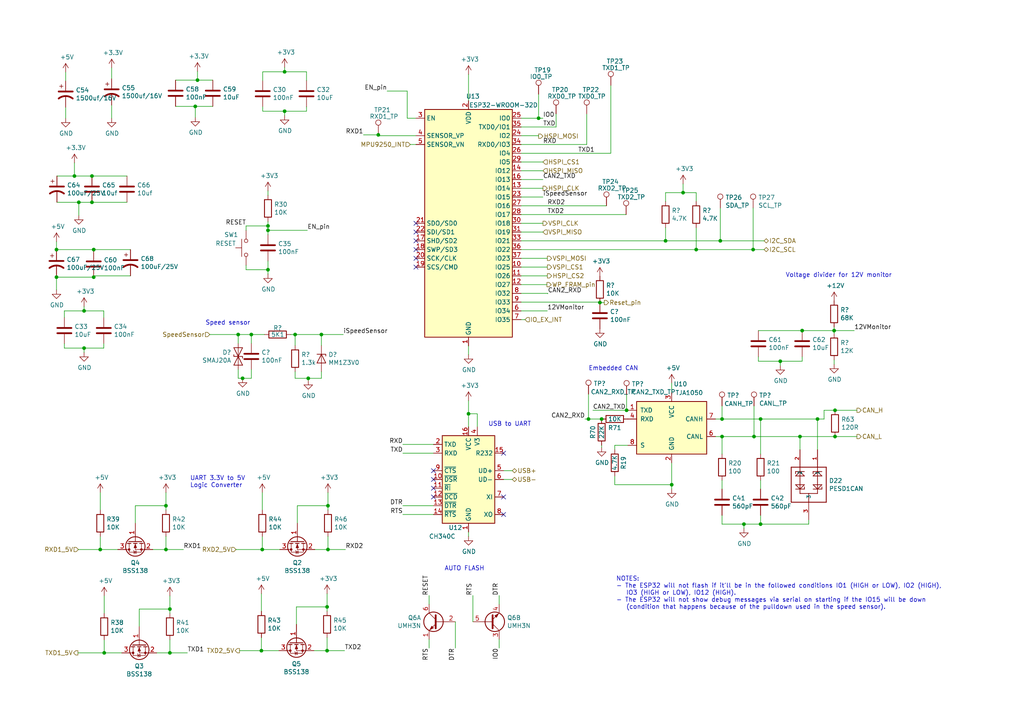
<source format=kicad_sch>
(kicad_sch (version 20230121) (generator eeschema)
  (paper "A4")
  (title_block (title "ECU GEN2") (date "2021-04-05") (rev "2.3.3.3") (company "Evoke Motorcycles"))
  (junction (at 241.935 95.885))
  (junction (at 57.277 23.241))
  (junction (at 77.724 78.232))
  (junction (at 93.218 97.028))
  (junction (at 76.073 159.385))
  (junction (at 95.123 146.685))
  (junction (at 21.59 51.054))
  (junction (at 220.599 121.539))
  (junction (at 22.86 58.674))
  (junction (at 72.898 97.028))
  (junction (at 70.358 109.728))
  (junction (at 215.773 152.019))
  (junction (at 170.688 121.539))
  (junction (at 49.276 189.357))
  (junction (at 85.598 97.028))
  (junction (at 173.99 87.757))
  (junction (at 237.109 121.539))
  (junction (at 193.04 69.85))
  (junction (at 209.423 126.619))
  (junction (at 26.67 51.054))
  (junction (at 82.55 20.828))
  (junction (at 198.12 55.88))
  (junction (at 75.819 188.722))
  (junction (at 16.383 80.391))
  (junction (at 232.664 95.885))
  (junction (at 94.869 188.722))
  (junction (at 49.276 176.657))
  (junction (at 27.178 80.391))
  (junction (at 69.088 97.028))
  (junction (at 242.189 118.999))
  (junction (at 218.44 72.39))
  (junction (at 30.226 189.357))
  (junction (at 208.915 69.85))
  (junction (at 218.694 126.619))
  (junction (at 27.178 72.39))
  (junction (at 56.642 30.861))
  (junction (at 220.599 152.019))
  (junction (at 24.384 100.965))
  (junction (at 174.498 121.539))
  (junction (at 94.869 176.022))
  (junction (at 16.383 72.39))
  (junction (at 26.67 58.674))
  (junction (at 89.408 109.728))
  (junction (at 201.93 72.39))
  (junction (at 194.818 140.589))
  (junction (at 24.384 90.17))
  (junction (at 95.123 159.385))
  (junction (at 48.133 146.685))
  (junction (at 156.21 34.29))
  (junction (at 226.314 104.775))
  (junction (at 77.724 66.802))
  (junction (at 232.029 126.619))
  (junction (at 77.724 65.532))
  (junction (at 242.189 126.619))
  (junction (at 29.083 159.385))
  (junction (at 181.737 118.999))
  (junction (at 209.423 121.539))
  (junction (at 82.55 32.258))
  (junction (at 48.133 159.385))
  (junction (at 109.728 39.116))
  (junction (at 135.89 120.015))
  (no_connect (at 120.65 67.31))
  (no_connect (at 120.65 74.93))
  (no_connect (at 146.05 131.445))
  (no_connect (at 120.65 77.47))
  (no_connect (at 120.65 72.39))
  (no_connect (at 120.65 69.85))
  (no_connect (at 120.65 64.77))
  (no_connect (at 146.05 149.225))
  (no_connect (at 125.73 139.065))
  (no_connect (at 146.05 144.145))
  (no_connect (at 125.73 144.145))
  (no_connect (at 125.73 141.605))
  (no_connect (at 125.73 136.525))
  (wire (pts (xy 120.65 39.37) (xy 109.728 39.37)))
  (wire (pts (xy 207.518 121.539) (xy 209.423 121.539)))
  (wire (pts (xy 95.123 159.385) (xy 100.203 159.385)))
  (wire (pts (xy 48.133 146.685) (xy 39.243 146.685)))
  (wire (pts (xy 198.12 53.34) (xy 198.12 55.88)))
  (wire (pts (xy 241.935 105.664) (xy 241.935 104.394)))
  (wire (pts (xy 156.21 27.305) (xy 156.21 34.29)))
  (wire (pts (xy 193.04 69.85) (xy 208.915 69.85)))
  (wire (pts (xy 76.708 97.028) (xy 72.898 97.028)))
  (wire (pts (xy 151.13 41.91) (xy 170.18 41.91)))
  (wire (pts (xy 69.088 107.188) (xy 69.088 109.728)))
  (wire (pts (xy 77.724 78.232) (xy 71.374 78.232)))
  (wire (pts (xy 26.67 58.674) (xy 36.83 58.674)))
  (wire (pts (xy 94.869 177.292) (xy 94.869 176.022)))
  (wire (pts (xy 34.163 159.385) (xy 29.083 159.385)))
  (wire (pts (xy 182.118 129.159) (xy 178.308 129.159)))
  (wire (pts (xy 48.133 155.575) (xy 48.133 159.385)))
  (wire (pts (xy 24.384 100.965) (xy 30.099 100.965)))
  (wire (pts (xy 48.133 159.385) (xy 53.213 159.385)))
  (wire (pts (xy 209.423 152.019) (xy 215.773 152.019)))
  (wire (pts (xy 209.423 149.479) (xy 209.423 152.019)))
  (wire (pts (xy 16.383 80.264) (xy 16.383 80.391)))
  (wire (pts (xy 29.083 147.955) (xy 29.083 142.875)))
  (wire (pts (xy 94.869 172.212) (xy 94.869 176.022)))
  (wire (pts (xy 61.722 30.861) (xy 56.642 30.861)))
  (wire (pts (xy 30.226 189.357) (xy 30.226 185.547)))
  (wire (pts (xy 209.423 121.539) (xy 220.599 121.539)))
  (wire (pts (xy 232.664 104.775) (xy 226.314 104.775)))
  (wire (pts (xy 242.189 118.999) (xy 239.014 118.999)))
  (wire (pts (xy 209.423 117.729) (xy 209.423 121.539)))
  (wire (pts (xy 120.65 41.91) (xy 118.999 41.91)))
  (wire (pts (xy 178.308 129.159) (xy 178.308 130.429)))
  (wire (pts (xy 208.915 60.325) (xy 208.915 69.85)))
  (wire (pts (xy 49.276 185.547) (xy 49.276 189.357)))
  (wire (pts (xy 24.384 88.9) (xy 24.384 90.17)))
  (wire (pts (xy 22.86 58.674) (xy 22.86 62.484)))
  (wire (pts (xy 151.13 85.09) (xy 158.877 85.09)))
  (wire (pts (xy 118.11 26.416) (xy 112.268 26.416)))
  (wire (pts (xy 85.598 97.028) (xy 93.218 97.028)))
  (wire (pts (xy 94.869 188.722) (xy 91.059 188.722)))
  (wire (pts (xy 178.308 140.589) (xy 194.818 140.589)))
  (wire (pts (xy 109.728 39.116) (xy 109.728 38.862)))
  (wire (pts (xy 125.73 131.445) (xy 116.84 131.445)))
  (wire (pts (xy 174.498 129.794) (xy 174.498 129.159)))
  (wire (pts (xy 151.13 77.47) (xy 158.75 77.47)))
  (wire (pts (xy 151.13 87.63) (xy 173.99 87.63)))
  (wire (pts (xy 56.642 30.861) (xy 56.642 34.036)))
  (wire (pts (xy 89.154 66.802) (xy 77.724 66.802)))
  (wire (pts (xy 151.13 67.31) (xy 157.48 67.31)))
  (wire (pts (xy 57.277 23.241) (xy 57.277 20.701)))
  (wire (pts (xy 77.724 65.532) (xy 77.724 66.802)))
  (wire (pts (xy 146.05 139.065) (xy 148.59 139.065)))
  (wire (pts (xy 22.86 58.674) (xy 26.67 58.674)))
  (wire (pts (xy 30.099 100.965) (xy 30.099 99.695)))
  (wire (pts (xy 146.05 136.525) (xy 148.59 136.525)))
  (wire (pts (xy 242.189 126.619) (xy 232.029 126.619)))
  (wire (pts (xy 69.088 97.028) (xy 72.898 97.028)))
  (wire (pts (xy 193.04 58.42) (xy 193.04 55.88)))
  (wire (pts (xy 151.13 74.93) (xy 158.75 74.93)))
  (wire (pts (xy 226.314 106.045) (xy 226.314 104.775)))
  (wire (pts (xy 69.469 188.722) (xy 75.819 188.722)))
  (wire (pts (xy 21.59 51.054) (xy 21.59 47.244)))
  (wire (pts (xy 30.099 90.17) (xy 24.384 90.17)))
  (wire (pts (xy 135.89 155.575) (xy 135.89 154.305)))
  (wire (pts (xy 94.869 188.722) (xy 99.949 188.722)))
  (wire (pts (xy 48.133 142.875) (xy 48.133 146.685)))
  (wire (pts (xy 29.083 159.385) (xy 29.083 155.575)))
  (wire (pts (xy 151.13 39.37) (xy 156.21 39.37)))
  (wire (pts (xy 170.18 33.02) (xy 170.18 41.91)))
  (wire (pts (xy 194.818 140.589) (xy 194.818 134.239)))
  (wire (pts (xy 151.13 44.45) (xy 177.165 44.45)))
  (wire (pts (xy 85.598 100.203) (xy 85.598 97.028)))
  (wire (pts (xy 118.11 34.29) (xy 118.11 26.416)))
  (wire (pts (xy 27.178 80.391) (xy 16.383 80.391)))
  (wire (pts (xy 151.13 82.55) (xy 158.623 82.55)))
  (wire (pts (xy 24.384 90.17) (xy 18.669 90.17)))
  (wire (pts (xy 232.664 103.505) (xy 232.664 104.775)))
  (wire (pts (xy 30.226 177.927) (xy 30.226 172.847)))
  (wire (pts (xy 22.606 189.357) (xy 30.226 189.357)))
  (wire (pts (xy 22.733 159.385) (xy 29.083 159.385)))
  (wire (pts (xy 220.599 131.699) (xy 220.599 121.539)))
  (wire (pts (xy 232.664 95.885) (xy 219.964 95.885)))
  (wire (pts (xy 68.453 159.385) (xy 76.073 159.385)))
  (wire (pts (xy 95.123 142.875) (xy 95.123 146.685)))
  (wire (pts (xy 93.218 97.028) (xy 93.218 100.203)))
  (wire (pts (xy 48.133 159.385) (xy 44.323 159.385)))
  (wire (pts (xy 151.13 49.53) (xy 157.48 49.53)))
  (wire (pts (xy 193.04 66.04) (xy 193.04 69.85)))
  (wire (pts (xy 151.13 59.69) (xy 175.895 59.69)))
  (wire (pts (xy 209.423 126.619) (xy 218.694 126.619)))
  (wire (pts (xy 151.13 46.99) (xy 157.48 46.99)))
  (wire (pts (xy 27.178 72.39) (xy 27.178 72.771)))
  (wire (pts (xy 193.04 55.88) (xy 198.12 55.88)))
  (wire (pts (xy 124.46 175.26) (xy 124.46 172.72)))
  (wire (pts (xy 161.29 33.02) (xy 161.29 36.83)))
  (wire (pts (xy 120.65 34.29) (xy 118.11 34.29)))
  (wire (pts (xy 85.598 109.728) (xy 89.408 109.728)))
  (wire (pts (xy 151.13 62.23) (xy 181.61 62.23)))
  (wire (pts (xy 215.773 153.289) (xy 215.773 152.019)))
  (wire (pts (xy 48.133 147.955) (xy 48.133 146.685)))
  (wire (pts (xy 201.93 66.04) (xy 201.93 72.39)))
  (wire (pts (xy 88.9 20.828) (xy 88.9 23.368)))
  (wire (pts (xy 49.276 172.847) (xy 49.276 176.657)))
  (wire (pts (xy 151.13 52.07) (xy 157.48 52.07)))
  (wire (pts (xy 239.014 118.999) (xy 239.014 121.539)))
  (wire (pts (xy 218.694 126.619) (xy 232.029 126.619)))
  (wire (pts (xy 151.13 57.15) (xy 157.48 57.15)))
  (wire (pts (xy 241.935 94.869) (xy 241.935 95.885)))
  (wire (pts (xy 94.869 176.022) (xy 85.979 176.022)))
  (wire (pts (xy 234.569 152.019) (xy 234.569 150.749)))
  (wire (pts (xy 77.724 64.262) (xy 77.724 65.532)))
  (wire (pts (xy 32.385 30.48) (xy 32.385 34.29)))
  (wire (pts (xy 49.276 176.657) (xy 40.386 176.657)))
  (wire (pts (xy 135.89 21.59) (xy 135.89 29.21)))
  (wire (pts (xy 69.088 109.728) (xy 70.358 109.728)))
  (wire (pts (xy 181.737 118.999) (xy 171.958 118.999)))
  (wire (pts (xy 151.13 69.85) (xy 193.04 69.85)))
  (wire (pts (xy 19.05 20.955) (xy 19.05 23.495)))
  (wire (pts (xy 151.13 54.61) (xy 157.48 54.61)))
  (wire (pts (xy 173.99 87.757) (xy 173.99 87.63)))
  (wire (pts (xy 94.869 184.912) (xy 94.869 188.722)))
  (wire (pts (xy 50.927 23.241) (xy 57.277 23.241)))
  (wire (pts (xy 27.178 80.01) (xy 27.178 80.391)))
  (wire (pts (xy 75.819 177.292) (xy 75.819 172.212)))
  (wire (pts (xy 69.088 99.568) (xy 69.088 97.028)))
  (wire (pts (xy 175.26 87.757) (xy 173.99 87.757)))
  (wire (pts (xy 71.374 78.232) (xy 71.374 76.962)))
  (wire (pts (xy 95.123 159.385) (xy 91.313 159.385)))
  (wire (pts (xy 61.722 23.241) (xy 57.277 23.241)))
  (wire (pts (xy 219.964 104.775) (xy 219.964 103.505)))
  (wire (pts (xy 135.89 120.015) (xy 135.89 123.825)))
  (wire (pts (xy 77.724 55.372) (xy 77.724 56.642)))
  (wire (pts (xy 99.568 97.028) (xy 93.218 97.028)))
  (wire (pts (xy 84.328 97.028) (xy 85.598 97.028)))
  (wire (pts (xy 218.44 60.325) (xy 218.44 72.39)))
  (wire (pts (xy 151.13 34.29) (xy 156.21 34.29)))
  (wire (pts (xy 16.383 72.39) (xy 16.383 72.644)))
  (wire (pts (xy 76.2 23.368) (xy 76.2 20.828)))
  (wire (pts (xy 27.178 72.39) (xy 16.383 72.39)))
  (wire (pts (xy 125.73 149.225) (xy 116.84 149.225)))
  (wire (pts (xy 18.669 100.965) (xy 24.384 100.965)))
  (wire (pts (xy 125.73 128.905) (xy 116.84 128.905)))
  (wire (pts (xy 16.51 58.674) (xy 22.86 58.674)))
  (wire (pts (xy 124.46 185.42) (xy 124.46 187.96)))
  (wire (pts (xy 241.935 95.885) (xy 241.935 96.774)))
  (wire (pts (xy 82.55 33.528) (xy 82.55 32.258)))
  (wire (pts (xy 209.423 131.699) (xy 209.423 126.619)))
  (wire (pts (xy 76.2 32.258) (xy 76.2 30.988)))
  (wire (pts (xy 144.78 175.26) (xy 144.78 172.72)))
  (wire (pts (xy 30.099 92.075) (xy 30.099 90.17)))
  (wire (pts (xy 138.43 120.015) (xy 135.89 120.015)))
  (wire (pts (xy 35.306 189.357) (xy 30.226 189.357)))
  (wire (pts (xy 156.21 34.29) (xy 157.48 34.29)))
  (wire (pts (xy 105.41 39.116) (xy 109.728 39.116)))
  (wire (pts (xy 49.276 189.357) (xy 54.356 189.357)))
  (wire (pts (xy 138.43 123.825) (xy 138.43 120.015)))
  (wire (pts (xy 132.08 180.34) (xy 132.08 187.96)))
  (wire (pts (xy 242.189 126.619) (xy 248.539 126.619)))
  (wire (pts (xy 16.51 51.054) (xy 21.59 51.054)))
  (wire (pts (xy 151.13 64.77) (xy 157.48 64.77)))
  (wire (pts (xy 144.78 185.42) (xy 144.78 187.96)))
  (wire (pts (xy 72.898 99.568) (xy 72.898 97.028)))
  (wire (pts (xy 156.21 39.37) (xy 156.21 39.497)))
  (wire (pts (xy 151.13 92.71) (xy 152.273 92.71)))
  (wire (pts (xy 201.93 55.88) (xy 201.93 58.42)))
  (wire (pts (xy 178.308 138.049) (xy 178.308 140.589)))
  (wire (pts (xy 237.109 130.429) (xy 237.109 121.539)))
  (wire (pts (xy 77.724 66.802) (xy 77.724 68.072)))
  (wire (pts (xy 220.599 121.539) (xy 237.109 121.539)))
  (wire (pts (xy 85.979 176.022) (xy 85.979 181.102)))
  (wire (pts (xy 209.423 139.319) (xy 209.423 141.859)))
  (wire (pts (xy 194.818 141.859) (xy 194.818 140.589)))
  (wire (pts (xy 71.374 66.802) (xy 71.374 65.532)))
  (wire (pts (xy 239.014 121.539) (xy 237.109 121.539)))
  (wire (pts (xy 80.899 188.722) (xy 75.819 188.722)))
  (wire (pts (xy 151.13 36.83) (xy 161.29 36.83)))
  (wire (pts (xy 194.818 111.125) (xy 194.818 113.919)))
  (wire (pts (xy 71.374 65.532) (xy 77.724 65.532)))
  (wire (pts (xy 125.73 146.685) (xy 116.84 146.685)))
  (wire (pts (xy 169.672 121.539) (xy 170.688 121.539)))
  (wire (pts (xy 109.728 39.37) (xy 109.728 39.116)))
  (wire (pts (xy 232.029 130.429) (xy 232.029 126.619)))
  (wire (pts (xy 50.927 30.861) (xy 56.642 30.861)))
  (wire (pts (xy 201.93 72.39) (xy 218.44 72.39)))
  (wire (pts (xy 19.05 31.115) (xy 19.05 34.29)))
  (wire (pts (xy 72.898 109.728) (xy 70.358 109.728)))
  (wire (pts (xy 82.55 32.258) (xy 76.2 32.258)))
  (wire (pts (xy 72.898 107.188) (xy 72.898 109.728)))
  (wire (pts (xy 220.599 152.019) (xy 220.599 149.479)))
  (wire (pts (xy 39.243 146.685) (xy 39.243 151.765)))
  (wire (pts (xy 95.123 155.575) (xy 95.123 159.385)))
  (wire (pts (xy 215.773 152.019) (xy 220.599 152.019)))
  (wire (pts (xy 220.599 152.019) (xy 234.569 152.019)))
  (wire (pts (xy 88.9 30.988) (xy 88.9 32.258)))
  (wire (pts (xy 95.123 146.685) (xy 86.233 146.685)))
  (wire (pts (xy 248.539 118.999) (xy 242.189 118.999)))
  (wire (pts (xy 182.118 118.999) (xy 181.737 118.999)))
  (wire (pts (xy 37.846 72.39) (xy 27.178 72.39)))
  (wire (pts (xy 170.688 114.3) (xy 170.688 121.539)))
  (wire (pts (xy 21.59 51.054) (xy 26.67 51.054)))
  (wire (pts (xy 89.408 110.363) (xy 89.408 109.728)))
  (wire (pts (xy 218.694 117.729) (xy 218.694 126.619)))
  (wire (pts (xy 208.915 69.85) (xy 221.615 69.85)))
  (wire (pts (xy 16.383 70.104) (xy 16.383 72.39)))
  (wire (pts (xy 18.669 90.17) (xy 18.669 92.075)))
  (wire (pts (xy 37.846 80.01) (xy 27.178 80.01)))
  (wire (pts (xy 82.55 19.558) (xy 82.55 20.828)))
  (wire (pts (xy 135.89 102.87) (xy 135.89 100.33)))
  (wire (pts (xy 226.314 104.775) (xy 219.964 104.775)))
  (wire (pts (xy 218.44 72.39) (xy 221.615 72.39)))
  (wire (pts (xy 49.276 177.927) (xy 49.276 176.657)))
  (wire (pts (xy 151.13 80.01) (xy 158.75 80.01)))
  (wire (pts (xy 81.153 159.385) (xy 76.073 159.385)))
  (wire (pts (xy 76.2 20.828) (xy 82.55 20.828)))
  (wire (pts (xy 76.073 159.385) (xy 76.073 155.575)))
  (wire (pts (xy 220.599 139.319) (xy 220.599 141.859)))
  (wire (pts (xy 85.598 107.823) (xy 85.598 109.728)))
  (wire (pts (xy 82.55 20.828) (xy 88.9 20.828)))
  (wire (pts (xy 198.12 55.88) (xy 201.93 55.88)))
  (wire (pts (xy 88.9 32.258) (xy 82.55 32.258)))
  (wire (pts (xy 77.724 79.502) (xy 77.724 78.232)))
  (wire (pts (xy 24.384 102.235) (xy 24.384 100.965)))
  (wire (pts (xy 26.67 51.054) (xy 36.83 51.054)))
  (wire (pts (xy 177.165 24.765) (xy 177.165 44.45)))
  (wire (pts (xy 32.385 19.685) (xy 32.385 22.86)))
  (wire (pts (xy 69.088 97.028) (xy 60.833 97.028)))
  (wire (pts (xy 247.777 95.885) (xy 241.935 95.885)))
  (wire (pts (xy 93.218 109.728) (xy 93.218 107.823)))
  (wire (pts (xy 40.386 176.657) (xy 40.386 181.737)))
  (wire (pts (xy 241.935 95.885) (xy 232.664 95.885)))
  (wire (pts (xy 181.737 114.427) (xy 181.737 118.999)))
  (wire (pts (xy 86.233 146.685) (xy 86.233 151.765)))
  (wire (pts (xy 95.123 147.955) (xy 95.123 146.685)))
  (wire (pts (xy 137.16 180.34) (xy 137.16 172.72)))
  (wire (pts (xy 76.073 147.955) (xy 76.073 142.875)))
  (wire (pts (xy 16.383 80.391) (xy 16.383 84.074)))
  (wire (pts (xy 18.669 99.695) (xy 18.669 100.965)))
  (wire (pts (xy 75.819 188.722) (xy 75.819 184.912)))
  (wire (pts (xy 207.518 126.619) (xy 209.423 126.619)))
  (wire (pts (xy 158.877 85.09) (xy 158.877 85.217)))
  (wire (pts (xy 77.724 75.692) (xy 77.724 78.232)))
  (wire (pts (xy 49.276 189.357) (xy 45.466 189.357)))
  (wire (pts (xy 135.89 116.205) (xy 135.89 120.015)))
  (wire (pts (xy 89.408 109.728) (xy 93.218 109.728)))
  (wire (pts (xy 151.13 90.17) (xy 158.75 90.17)))
  (wire (pts (xy 151.13 72.39) (xy 201.93 72.39)))
  (wire (pts (xy 170.688 121.539) (xy 174.498 121.539)))
  (text "UART 3.3V to 5V\nLogic Converter" (at 55.118 141.605 0) (effects (font (size 1.27 1.27)) (justify left bottom)))
  (text "USB to UART" (at 141.605 123.825 0) (effects (font (size 1.27 1.27)) (justify left bottom)))
  (text "Voltage divider for 12V monitor" (at 227.838 80.645 0) (effects (font (size 1.27 1.27)) (justify left bottom)))
  (text "Speed sensor" (at 59.563 94.488 0) (effects (font (size 1.27 1.27)) (justify left bottom)))
  (text "NOTES:\n- The ESP32 will not flash if it'll be in the followed conditions IO1 (HIGH or LOW), IO2 (HIGH),\n   IO3 (HIGH or LOW), IO12 (HIGH).\n- The ESP32 will not show debug messages via serial on starting if the IO15 will be down\n   (condition that happens because of the pulldown used in the speed sensor)." (at 178.689 176.911 0) (effects (font (size 1.27 1.27)) (justify left bottom)))
  (text "Embedded CAN" (at 170.688 107.696 0) (effects (font (size 1.27 1.27)) (justify left bottom)))
  (text "AUTO FLASH" (at 128.905 165.735 0) (effects (font (size 1.27 1.27)) (justify left bottom)))
  (label "EN_pin" (at 89.154 66.802 0))
  (label "TXD1" (at 54.356 189.357 0))
  (label "iSpeedSensor" (at 157.48 57.15 0))
  (label "DTR" (at 132.08 187.96 270))
  (label "CAN2_RXD" (at 169.672 121.539 180))
  (label "RTS" (at 116.84 149.225 180))
  (label "RXD" (at 157.48 41.91 0))
  (label "EN_pin" (at 112.268 26.416 180))
  (label "IO0" (at 144.78 187.96 270))
  (label "TXD1" (at 167.64 44.45 0))
  (label "RXD1" (at 105.41 39.116 180))
  (label "RXD2" (at 100.203 159.385 0))
  (label "TXD2" (at 158.75 62.23 0))
  (label "RXD1" (at 53.213 159.385 0))
  (label "iSpeedSensor" (at 99.568 97.028 0))
  (label "IO0" (at 157.48 34.29 0))
  (label "CAN2_TXD" (at 171.958 118.999 0))
  (label "RTS" (at 137.16 172.72 90))
  (label "RESET" (at 124.46 172.72 90))
  (label "RTS" (at 124.46 187.96 270))
  (label "CAN2_TXD" (at 157.48 52.07 0))
  (label "RXD2" (at 158.75 59.69 0))
  (label "DTR" (at 116.84 146.685 180))
  (label "CAN2_RXD" (at 158.877 85.217 0))
  (label "RXD" (at 116.84 128.905 180))
  (label "12VMonitor" (at 158.75 90.17 0))
  (label "12VMonitor" (at 247.777 95.885 0))
  (label "DTR" (at 144.78 172.72 90))
  (label "TXD" (at 157.48 36.83 0))
  (label "RESET" (at 71.374 65.532 180))
  (label "TXD" (at 116.84 131.445 180))
  (label "TXD2" (at 99.949 188.722 0))
  (hierarchical_label "IO_EX_INT" (shape input) (at 152.273 92.71 0))
  (hierarchical_label "VSPI_MOSI" (shape output) (at 158.75 74.93 0))
  (hierarchical_label "HSPI_CS2" (shape output) (at 158.75 80.01 0))
  (hierarchical_label "HSPI_CLK" (shape output) (at 157.48 54.61 0))
  (hierarchical_label "USB-" (shape bidirectional) (at 148.59 139.065 0))
  (hierarchical_label "VSPI_CS1" (shape output) (at 158.75 77.47 0))
  (hierarchical_label "HSPI_MISO" (shape input) (at 157.48 49.53 0))
  (hierarchical_label "SpeedSensor" (shape input) (at 60.833 97.028 180))
  (hierarchical_label "RXD1_5V" (shape input) (at 22.733 159.385 180))
  (hierarchical_label "CAN_H" (shape output) (at 248.539 118.999 0))
  (hierarchical_label "TXD1_5V" (shape output) (at 22.606 189.357 180))
  (hierarchical_label "Reset_pin" (shape output) (at 175.26 87.757 0))
  (hierarchical_label "CAN_L" (shape output) (at 248.539 126.619 0))
  (hierarchical_label "I2C_SCL" (shape bidirectional) (at 221.615 72.39 0))
  (hierarchical_label "MPU9250_INT" (shape input) (at 118.999 41.91 180))
  (hierarchical_label "I2C_SDA" (shape bidirectional) (at 221.615 69.85 0))
  (hierarchical_label "HSPI_CS1" (shape input) (at 157.48 46.99 0))
  (hierarchical_label "WP_FRAM_pin" (shape output) (at 158.623 82.55 0))
  (hierarchical_label "USB+" (shape bidirectional) (at 148.59 136.525 0))
  (hierarchical_label "VSPI_CLK" (shape output) (at 157.48 64.77 0))
  (hierarchical_label "TXD2_5V" (shape output) (at 69.469 188.722 180))
  (hierarchical_label "VSPI_MISO" (shape input) (at 157.48 67.31 0))
  (hierarchical_label "RXD2_5V" (shape input) (at 68.453 159.385 180))
  (hierarchical_label "HSPI_MOSI" (shape output) (at 156.21 39.497 0))
  (symbol (lib_id "ESP32-CAN-rescue:ESP32-WROOM-32D-RF_Module") (at 135.89 64.77 0) (unit 1)
    (property "Reference" "U13" (at 137.16 27.94 0))
    (property "Value" "ESP32-WROOM-32D" (at 146.05 30.48 0))
    (property "Footprint" "RF_Module:ESP32-WROOM-32" (effects hide))
    (property "Datasheet" "https://www.espressif.com/sites/default/files/documentation/esp32-wroom-32d_esp32-wroom-32u_datasheet_en.pdf" (effects hide))
  )
  (symbol (lib_id "ESP32-CAN-rescue:+3.3V-power") (at 135.89 21.59 0) (unit 1)
    (property "Reference" "#PWR082" (effects hide))
    (property "Value" "+3.3V" (at 136.271 17.1958 0))
  )
  (symbol (lib_id "ESP32-CAN-rescue:GND-power") (at 135.89 102.87 0) (unit 1)
    (property "Reference" "#PWR083" (effects hide))
    (property "Value" "GND" (at 136.017 107.2642 0))
  )
  (symbol (lib_id "ESP32-CAN-rescue:R-Device") (at 77.724 60.452 0) (unit 1)
    (property "Reference" "R30" (at 79.502 59.2836 0) (effects (justify left)))
    (property "Value" "10K" (at 79.502 61.595 0) (effects (justify left)))
    (property "Footprint" "Resistor_SMD:R_0603_1608Metric" (effects hide))
  )
  (symbol (lib_id "ESP32-CAN-rescue:C-Device") (at 77.724 71.882 0) (unit 1)
    (property "Reference" "C35" (at 80.645 70.7136 0) (effects (justify left)))
    (property "Value" "100nF" (at 80.645 73.025 0) (effects (justify left)))
    (property "Footprint" "Capacitor_SMD:C_0603_1608Metric" (effects hide))
  )
  (symbol (lib_id "ESP32-CAN-rescue:SW_Push-Switch") (at 71.374 71.882 90) (unit 1)
    (property "Reference" "SW1" (at 65.024 68.072 90) (effects (justify right)))
    (property "Value" "RESET" (at 62.484 70.612 90) (effects (justify right)))
    (property "Footprint" "Button_Switch_SMD:SW_SPST_PTS645" (effects hide))
  )
  (symbol (lib_id "ESP32-CAN-rescue:+3.3V-power") (at 77.724 55.372 0) (unit 1)
    (property "Reference" "#PWR078" (effects hide))
    (property "Value" "+3.3V" (at 78.105 50.9778 0))
  )
  (symbol (lib_id "ESP32-CAN-rescue:GND-power") (at 77.724 79.502 0) (unit 1)
    (property "Reference" "#PWR079" (effects hide))
    (property "Value" "GND" (at 77.851 83.8962 0))
  )
  (symbol (lib_id "ESP32-CAN-rescue:CH340G-Interface_USB") (at 135.89 139.065 0) (mirror y) (unit 1)
    (property "Reference" "U12" (at 132.08 153.035 0))
    (property "Value" "CH340C" (at 128.27 155.575 0))
    (property "Footprint" "Package_SO:SOIC-16_3.9x9.9mm_P1.27mm" (effects hide))
    (property "Datasheet" "http://www.datasheet5.com/pdf-local-2195953" (effects hide))
  )
  (symbol (lib_id "ESP32-CAN-rescue:GND-power") (at 135.89 155.575 0) (unit 1)
    (property "Reference" "#PWR081" (effects hide))
    (property "Value" "GND" (at 136.017 159.9692 0))
  )
  (symbol (lib_id "ESP32-CAN-rescue:+3.3V-power") (at 135.89 116.205 0) (unit 1)
    (property "Reference" "#PWR080" (effects hide))
    (property "Value" "+3.3V" (at 136.271 111.8108 0))
  )
  (symbol (lib_id "ESP32-CAN-rescue:PMBT2222AYS-Transistor_BJT") (at 127 180.34 0) (mirror y) (unit 1)
    (property "Reference" "Q6" (at 122.1486 179.1716 0) (effects (justify left)))
    (property "Value" "UMH3N" (at 122.1486 181.483 0) (effects (justify left)))
    (property "Footprint" "Package_TO_SOT_SMD:SOT-363_SC-70-6" (effects hide))
    (property "Datasheet" "https://assets.nexperia.com/documents/data-sheet/PMBT2222AYS.pdf" (effects hide))
  )
  (symbol (lib_id "ESP32-CAN-rescue:PMBT2222AYS-Transistor_BJT") (at 142.24 180.34 0) (mirror x) (unit 2)
    (property "Reference" "Q6" (at 147.066 179.1716 0) (effects (justify left)))
    (property "Value" "UMH3N" (at 147.066 181.483 0) (effects (justify left)))
    (property "Footprint" "Package_TO_SOT_SMD:SOT-363_SC-70-6" (effects hide))
    (property "Datasheet" "https://assets.nexperia.com/documents/data-sheet/PMBT2222AYS.pdf" (effects hide))
  )
  (symbol (lib_id "ESP32-CAN-rescue:C-Device") (at 88.9 27.178 0) (unit 1)
    (property "Reference" "C32" (at 91.821 26.0096 0) (effects (justify left)))
    (property "Value" "10uF" (at 91.821 28.321 0) (effects (justify left)))
    (property "Footprint" "Capacitor_SMD:C_0603_1608Metric" (effects hide))
  )
  (symbol (lib_id "ESP32-CAN-rescue:C-Device") (at 76.2 27.178 0) (unit 1)
    (property "Reference" "C30" (at 79.121 26.0096 0) (effects (justify left)))
    (property "Value" "100nF" (at 79.121 28.321 0) (effects (justify left)))
    (property "Footprint" "Capacitor_SMD:C_0603_1608Metric" (effects hide))
  )
  (symbol (lib_id "ESP32-CAN-rescue:GND-power") (at 82.55 33.528 0) (unit 1)
    (property "Reference" "#PWR074" (effects hide))
    (property "Value" "GND" (at 82.677 37.9222 0))
  )
  (symbol (lib_id "ESP32-CAN-rescue:+3.3V-power") (at 82.55 19.558 0) (unit 1)
    (property "Reference" "#PWR073" (effects hide))
    (property "Value" "+3.3V" (at 82.931 15.1638 0))
  )
  (symbol (lib_id "ESP32-CAN-rescue:R-Device") (at 193.04 62.23 0) (unit 1)
    (property "Reference" "R?" (at 194.818 61.0616 0) (effects (justify left)))
    (property "Value" "4.7K" (at 194.818 63.373 0) (effects (justify left)))
    (property "Footprint" "Resistor_SMD:R_0603_1608Metric" (effects hide))
    (instances (project "ESP32-CAN" (path "" (reference "R?") (unit 1)) (path "" (reference "R?") (unit 1)) (path "" (reference "R37") (unit 1))))
  )
  (symbol (lib_id "ESP32-CAN-rescue:R-Device") (at 201.93 62.23 0) (unit 1)
    (property "Reference" "R?" (at 203.708 61.0616 0) (effects (justify left)))
    (property "Value" "4.7K" (at 203.708 63.373 0) (effects (justify left)))
    (property "Footprint" "Resistor_SMD:R_0603_1608Metric" (effects hide))
    (instances (project "ESP32-CAN" (path "" (reference "R?") (unit 1)) (path "" (reference "R?") (unit 1)) (path "" (reference "R40") (unit 1))))
  )
  (symbol (lib_id "ESP32-CAN-rescue:+3.3V-power") (at 198.12 53.34 0) (unit 1)
    (property "Reference" "#PWR?" (effects hide))
    (property "Value" "+3.3V" (at 198.501 48.9458 0))
    (instances (project "ESP32-CAN" (path "" (reference "#PWR?") (unit 1)) (path "" (reference "#PWR?") (unit 1)) (path "" (reference "#PWR092") (unit 1))))
  )
  (symbol (lib_id "ESP32-CAN-rescue:BSS138-Transistor_FET") (at 86.233 156.845 90) (mirror x) (unit 1)
    (property "Reference" "Q2" (at 86.233 163.2204 90))
    (property "Value" "BSS138" (at 86.233 165.5318 90))
    (property "Footprint" "Package_TO_SOT_SMD:SOT-23" (effects hide))
    (property "Datasheet" "https://www.fairchildsemi.com/datasheets/BS/BSS138.pdf" (effects hide))
  )
  (symbol (lib_id "ESP32-CAN-rescue:R-Device") (at 95.123 151.765 0) (unit 1)
    (property "Reference" "R46" (at 96.901 150.5966 0) (effects (justify left)))
    (property "Value" "10K" (at 96.901 152.908 0) (effects (justify left)))
    (property "Footprint" "Resistor_SMD:R_0603_1608Metric" (effects hide))
  )
  (symbol (lib_id "ESP32-CAN-rescue:TestPoint-Connector") (at 218.44 60.325 0) (unit 1)
    (property "Reference" "TP27" (at 219.9132 57.277 0) (effects (justify left)))
    (property "Value" "SCL_TP" (at 219.9132 59.5884 0) (effects (justify left)))
    (property "Footprint" "TestPoint:TestPoint_Pad_D1.0mm" (effects hide))
    (instances (project "ESP32-CAN" (path "" (reference "TP27") (unit 1)) (path "" (reference "TP?") (unit 1)) (path "" (reference "TP27") (unit 1))))
  )
  (symbol (lib_id "ESP32-CAN-rescue:R-Device") (at 76.073 151.765 0) (unit 1)
    (property "Reference" "R44" (at 77.851 150.5966 0) (effects (justify left)))
    (property "Value" "10K" (at 77.851 152.908 0) (effects (justify left)))
    (property "Footprint" "Resistor_SMD:R_0603_1608Metric" (effects hide))
  )
  (symbol (lib_id "ESP32-CAN-rescue:+5V-power") (at 76.073 142.875 0) (unit 1)
    (property "Reference" "#PWR098" (effects hide))
    (property "Value" "+5V" (at 76.454 138.4808 0))
  )
  (symbol (lib_id "ESP32-CAN-rescue:+3.3V-power") (at 95.123 142.875 0) (unit 1)
    (property "Reference" "#PWR0100" (effects hide))
    (property "Value" "+3.3V" (at 95.504 138.4808 0))
  )
  (symbol (lib_id "ESP32-CAN-rescue:TestPoint-Connector") (at 208.915 60.325 0) (unit 1)
    (property "Reference" "TP26" (at 210.3882 57.277 0) (effects (justify left)))
    (property "Value" "SDA_TP" (at 210.3882 59.5884 0) (effects (justify left)))
    (property "Footprint" "TestPoint:TestPoint_Pad_D1.0mm" (effects hide))
    (instances (project "ESP32-CAN" (path "" (reference "TP26") (unit 1)) (path "" (reference "TP?") (unit 1)) (path "" (reference "TP26") (unit 1))))
  )
  (symbol (lib_id "ESP32-CAN-rescue:BSS138-Transistor_FET") (at 85.979 186.182 90) (mirror x) (unit 1)
    (property "Reference" "Q5" (at 85.979 192.5574 90))
    (property "Value" "BSS138" (at 85.979 194.8688 90))
    (property "Footprint" "Package_TO_SOT_SMD:SOT-23" (effects hide))
    (property "Datasheet" "https://www.fairchildsemi.com/datasheets/BS/BSS138.pdf" (effects hide))
  )
  (symbol (lib_id "ESP32-CAN-rescue:R-Device") (at 94.869 181.102 0) (unit 1)
    (property "Reference" "R45" (at 96.647 179.9336 0) (effects (justify left)))
    (property "Value" "10K" (at 96.647 182.245 0) (effects (justify left)))
    (property "Footprint" "Resistor_SMD:R_0603_1608Metric" (effects hide))
  )
  (symbol (lib_id "ESP32-CAN-rescue:R-Device") (at 75.819 181.102 0) (unit 1)
    (property "Reference" "R43" (at 77.597 179.9336 0) (effects (justify left)))
    (property "Value" "10K" (at 77.597 182.245 0) (effects (justify left)))
    (property "Footprint" "Resistor_SMD:R_0603_1608Metric" (effects hide))
  )
  (symbol (lib_id "ESP32-CAN-rescue:+5V-power") (at 75.819 172.212 0) (unit 1)
    (property "Reference" "#PWR097" (effects hide))
    (property "Value" "+5V" (at 76.2 167.8178 0))
  )
  (symbol (lib_id "ESP32-CAN-rescue:+3.3V-power") (at 94.869 172.212 0) (unit 1)
    (property "Reference" "#PWR099" (effects hide))
    (property "Value" "+3.3V" (at 95.25 167.8178 0))
  )
  (symbol (lib_id "ESP32-CAN-rescue:BSS138-Transistor_FET") (at 39.243 156.845 90) (mirror x) (unit 1)
    (property "Reference" "Q4" (at 39.243 163.2204 90))
    (property "Value" "BSS138" (at 39.243 165.5318 90))
    (property "Footprint" "Package_TO_SOT_SMD:SOT-23" (effects hide))
    (property "Datasheet" "https://www.fairchildsemi.com/datasheets/BS/BSS138.pdf" (effects hide))
  )
  (symbol (lib_id "ESP32-CAN-rescue:R-Device") (at 48.133 151.765 0) (unit 1)
    (property "Reference" "R42" (at 49.911 150.5966 0) (effects (justify left)))
    (property "Value" "10K" (at 49.911 152.908 0) (effects (justify left)))
    (property "Footprint" "Resistor_SMD:R_0603_1608Metric" (effects hide))
  )
  (symbol (lib_id "ESP32-CAN-rescue:R-Device") (at 29.083 151.765 0) (unit 1)
    (property "Reference" "R39" (at 30.861 150.5966 0) (effects (justify left)))
    (property "Value" "10K" (at 30.861 152.908 0) (effects (justify left)))
    (property "Footprint" "Resistor_SMD:R_0603_1608Metric" (effects hide))
  )
  (symbol (lib_id "ESP32-CAN-rescue:+5V-power") (at 29.083 142.875 0) (unit 1)
    (property "Reference" "#PWR091" (effects hide))
    (property "Value" "+5V" (at 29.464 138.4808 0))
  )
  (symbol (lib_id "ESP32-CAN-rescue:+3.3V-power") (at 48.133 142.875 0) (unit 1)
    (property "Reference" "#PWR094" (effects hide))
    (property "Value" "+3.3V" (at 48.514 138.4808 0))
  )
  (symbol (lib_id "ESP32-CAN-rescue:BSS138-Transistor_FET") (at 40.386 186.817 90) (mirror x) (unit 1)
    (property "Reference" "Q3" (at 40.386 193.1924 90))
    (property "Value" "BSS138" (at 40.386 195.5038 90))
    (property "Footprint" "Package_TO_SOT_SMD:SOT-23" (effects hide))
    (property "Datasheet" "https://www.fairchildsemi.com/datasheets/BS/BSS138.pdf" (effects hide))
  )
  (symbol (lib_id "ESP32-CAN-rescue:R-Device") (at 49.276 181.737 0) (unit 1)
    (property "Reference" "R41" (at 51.054 180.5686 0) (effects (justify left)))
    (property "Value" "10K" (at 51.054 182.88 0) (effects (justify left)))
    (property "Footprint" "Resistor_SMD:R_0603_1608Metric" (effects hide))
  )
  (symbol (lib_id "ESP32-CAN-rescue:R-Device") (at 30.226 181.737 0) (unit 1)
    (property "Reference" "R38" (at 32.004 180.5686 0) (effects (justify left)))
    (property "Value" "10K" (at 32.004 182.88 0) (effects (justify left)))
    (property "Footprint" "Resistor_SMD:R_0603_1608Metric" (effects hide))
  )
  (symbol (lib_id "ESP32-CAN-rescue:+5V-power") (at 30.226 172.847 0) (unit 1)
    (property "Reference" "#PWR090" (effects hide))
    (property "Value" "+5V" (at 30.607 168.4528 0))
  )
  (symbol (lib_id "ESP32-CAN-rescue:+3.3V-power") (at 49.276 172.847 0) (unit 1)
    (property "Reference" "#PWR093" (effects hide))
    (property "Value" "+3.3V" (at 49.657 168.4528 0))
  )
  (symbol (lib_id "ESP32-CAN-rescue:TestPoint-Connector") (at 181.737 114.427 0) (unit 1)
    (property "Reference" "TP?" (at 183.2102 111.379 0) (effects (justify left)))
    (property "Value" "CAN2_TXD_TP" (at 183.2102 113.6904 0) (effects (justify left)))
    (property "Footprint" "TestPoint:TestPoint_Pad_D1.0mm" (effects hide))
    (instances (project "ESP32-CAN" (path "" (reference "TP?") (unit 1)) (path "" (reference "TP31") (unit 1)) (path "" (reference "TP31") (unit 1)) (path "" (reference "TP?") (unit 1))))
  )
  (symbol (lib_id "ESP32-CAN-rescue:TestPoint-Connector") (at 170.688 114.3 0) (unit 1)
    (property "Reference" "TP?" (at 172.1612 111.252 0) (effects (justify left)))
    (property "Value" "CAN2_RXD_TP" (at 171.323 113.665 0) (effects (justify left)))
    (property "Footprint" "TestPoint:TestPoint_Pad_D1.0mm" (effects hide))
    (instances (project "ESP32-CAN" (path "" (reference "TP?") (unit 1)) (path "" (reference "TP30") (unit 1)) (path "" (reference "TP30") (unit 1)) (path "" (reference "TP?") (unit 1))))
  )
  (symbol (lib_id "ESP32-CAN-rescue:TestPoint-Connector") (at 170.18 33.02 0) (unit 1)
    (property "Reference" "TP22" (at 168.91 26.035 0) (effects (justify left)))
    (property "Value" "TXD0_TP" (at 167.64 27.94 0) (effects (justify left)))
    (property "Footprint" "TestPoint:TestPoint_Pad_D1.0mm" (effects hide))
    (instances (project "ESP32-CAN" (path "" (reference "TP22") (unit 1)) (path "" (reference "TP?") (unit 1)) (path "" (reference "TP22") (unit 1))))
  )
  (symbol (lib_id "ESP32-CAN-rescue:TestPoint-Connector") (at 161.29 33.02 0) (unit 1)
    (property "Reference" "TP20" (at 160.02 26.035 0) (effects (justify left)))
    (property "Value" "RXD0_TP" (at 158.75 27.94 0) (effects (justify left)))
    (property "Footprint" "TestPoint:TestPoint_Pad_D1.0mm" (effects hide))
    (instances (project "ESP32-CAN" (path "" (reference "TP20") (unit 1)) (path "" (reference "TP?") (unit 1)) (path "" (reference "TP20") (unit 1))))
  )
  (symbol (lib_id "ESP32-CAN-rescue:TJA1051T-Interface_CAN_LIN") (at 194.818 124.079 0) (unit 1)
    (property "Reference" "U10" (at 197.358 111.379 0))
    (property "Value" "TJA1050" (at 199.898 113.919 0))
    (property "Footprint" "Package_SO:SOIC-8_3.9x4.9mm_P1.27mm" (effects hide))
    (property "Datasheet" "http://www.nxp.com/documents/data_sheet/TJA1051.pdf" (effects hide))
    (instances (project "ESP32-CAN" (path "" (reference "U10") (unit 1)) (path "" (reference "U?") (unit 1))))
  )
  (symbol (lib_id "ESP32-CAN-rescue:GND-power") (at 194.818 141.859 0) (unit 1)
    (property "Reference" "#PWR060" (effects hide))
    (property "Value" "GND" (at 194.945 146.2532 0))
    (instances (project "ESP32-CAN" (path "" (reference "#PWR060") (unit 1)) (path "" (reference "#PWR?") (unit 1))))
  )
  (symbol (lib_id "ESP32-CAN-rescue:R-Device") (at 178.308 134.239 180) (unit 1)
    (property "Reference" "R19" (at 180.848 134.239 90))
    (property "Value" "4.7K" (at 178.308 134.239 90))
    (property "Footprint" "Resistor_SMD:R_0603_1608Metric" (effects hide))
    (instances (project "ESP32-CAN" (path "" (reference "R19") (unit 1)) (path "" (reference "R?") (unit 1))))
  )
  (symbol (lib_id "ESP32-CAN-rescue:C-Device") (at 209.423 145.669 0) (unit 1)
    (property "Reference" "C41" (at 212.344 144.5006 0) (effects (justify left)))
    (property "Value" "560pF" (at 212.344 146.812 0) (effects (justify left)))
    (property "Footprint" "Capacitor_SMD:C_0603_1608Metric" (effects hide))
    (instances (project "ESP32-CAN" (path "" (reference "C41") (unit 1)) (path "" (reference "C?") (unit 1))))
  )
  (symbol (lib_id "ESP32-CAN-rescue:C-Device") (at 220.599 145.669 0) (unit 1)
    (property "Reference" "C42" (at 223.52 144.5006 0) (effects (justify left)))
    (property "Value" "560pF" (at 223.52 146.812 0) (effects (justify left)))
    (property "Footprint" "Capacitor_SMD:C_0603_1608Metric" (effects hide))
    (instances (project "ESP32-CAN" (path "" (reference "C42") (unit 1)) (path "" (reference "C?") (unit 1))))
  )
  (symbol (lib_id "ESP32-CAN-rescue:R-Device") (at 209.423 135.509 0) (unit 1)
    (property "Reference" "R20" (at 211.201 134.3406 0) (effects (justify left)))
    (property "Value" "100" (at 211.201 136.652 0) (effects (justify left)))
    (property "Footprint" "Resistor_SMD:R_0603_1608Metric" (effects hide))
    (instances (project "ESP32-CAN" (path "" (reference "R20") (unit 1)) (path "" (reference "R?") (unit 1))))
  )
  (symbol (lib_id "ESP32-CAN-rescue:R-Device") (at 220.599 135.509 0) (unit 1)
    (property "Reference" "R21" (at 222.377 134.3406 0) (effects (justify left)))
    (property "Value" "100" (at 222.377 136.652 0) (effects (justify left)))
    (property "Footprint" "Resistor_SMD:R_0603_1608Metric" (effects hide))
    (instances (project "ESP32-CAN" (path "" (reference "R21") (unit 1)) (path "" (reference "R?") (unit 1))))
  )
  (symbol (lib_id "ESP32-CAN-rescue:GND-power") (at 215.773 153.289 0) (unit 1)
    (property "Reference" "#PWR061" (effects hide))
    (property "Value" "GND" (at 215.9 157.6832 0))
    (instances (project "ESP32-CAN" (path "" (reference "#PWR061") (unit 1)) (path "" (reference "#PWR?") (unit 1))))
  )
  (symbol (lib_name "PESD1CAN_1") (lib_id "PESD1CAN:PESD1CAN") (at 229.489 135.509 270) (unit 1)
    (property "Reference" "D22" (at 240.411 139.4206 90) (effects (justify left)))
    (property "Value" "PESD1CAN" (at 240.411 141.732 90) (effects (justify left)))
    (property "Footprint" "Package_TO_SOT_SMD:SOT-23" (effects hide))
    (property "Field4" "Unavailable" (effects hide))
    (property "Field5" "None" (effects hide))
    (property "Field6" "ESD Suppressor TVS 23KV 3-Pin TO-236AB" (effects hide))
    (property "Field7" "None" (effects hide))
    (property "Field8" "Nexperia USA" (effects hide))
    (instances (project "ESP32-CAN" (path "" (reference "D22") (unit 1)) (path "" (reference "D?") (unit 1))))
  )
  (symbol (lib_id "ESP32-CAN-rescue:TestPoint-Connector") (at 218.694 117.729 0) (unit 1)
    (property "Reference" "TP?" (at 220.1672 114.681 0) (effects (justify left)))
    (property "Value" "CANL_TP" (at 220.1672 116.9924 0) (effects (justify left)))
    (property "Footprint" "TestPoint:TestPoint_Pad_D1.0mm" (effects hide))
    (instances (project "ESP32-CAN" (path "" (reference "TP?") (unit 1)) (path "" (reference "TP29") (unit 1)) (path "" (reference "TP29") (unit 1)) (path "" (reference "TP?") (unit 1))))
  )
  (symbol (lib_id "ESP32-CAN-rescue:TestPoint-Connector") (at 209.423 117.729 0) (unit 1)
    (property "Reference" "TP?" (at 210.8962 114.681 0) (effects (justify left)))
    (property "Value" "CANH_TP" (at 210.058 117.094 0) (effects (justify left)))
    (property "Footprint" "TestPoint:TestPoint_Pad_D1.0mm" (effects hide))
    (instances (project "ESP32-CAN" (path "" (reference "TP?") (unit 1)) (path "" (reference "TP28") (unit 1)) (path "" (reference "TP28") (unit 1)) (path "" (reference "TP?") (unit 1))))
  )
  (symbol (lib_id "ESP32-CAN-rescue:R-Device") (at 242.189 122.809 0) (unit 1)
    (property "Reference" "R63" (at 243.967 121.6406 0) (effects (justify left)))
    (property "Value" "120R" (at 243.967 123.952 0) (effects (justify left)))
    (property "Footprint" "Resistor_SMD:R_1206_3216Metric" (effects hide))
    (instances (project "ESP32-CAN" (path "" (reference "R63") (unit 1)) (path "" (reference "R?") (unit 1))))
  )
  (symbol (lib_id "ESP32-CAN-rescue:TestPoint-Connector") (at 109.728 38.862 0) (unit 1)
    (property "Reference" "TP21" (at 108.458 31.877 0) (effects (justify left)))
    (property "Value" "RXD1_TP" (at 107.188 33.782 0) (effects (justify left)))
    (property "Footprint" "TestPoint:TestPoint_Pad_D1.0mm" (effects hide))
    (instances (project "ESP32-CAN" (path "" (reference "TP21") (unit 1)) (path "" (reference "TP?") (unit 1)) (path "" (reference "TP21") (unit 1))))
  )
  (symbol (lib_id "ESP32-CAN-rescue:TestPoint-Connector") (at 177.165 24.765 0) (unit 1)
    (property "Reference" "TP23" (at 175.895 17.78 0) (effects (justify left)))
    (property "Value" "TXD1_TP" (at 174.625 19.685 0) (effects (justify left)))
    (property "Footprint" "TestPoint:TestPoint_Pad_D1.0mm" (effects hide))
    (instances (project "ESP32-CAN" (path "" (reference "TP23") (unit 1)) (path "" (reference "TP?") (unit 1)) (path "" (reference "TP23") (unit 1))))
  )
  (symbol (lib_id "ESP32-CAN-rescue:R-Device") (at 178.308 121.539 90) (unit 1)
    (property "Reference" "R71" (at 178.308 124.079 90))
    (property "Value" "10K" (at 178.308 121.539 90))
    (property "Footprint" "Resistor_SMD:R_0603_1608Metric" (effects hide))
    (instances (project "ESP32-CAN" (path "" (reference "R71") (unit 1)) (path "" (reference "R?") (unit 1))))
  )
  (symbol (lib_id "ESP32-CAN-rescue:R-Device") (at 174.498 125.349 0) (unit 1)
    (property "Reference" "R70" (at 171.958 125.349 90))
    (property "Value" "22K" (at 174.498 125.349 90))
    (property "Footprint" "Resistor_SMD:R_0603_1608Metric" (effects hide))
    (instances (project "ESP32-CAN" (path "" (reference "R70") (unit 1)) (path "" (reference "R?") (unit 1))))
  )
  (symbol (lib_id "ESP32-CAN-rescue:GND-power") (at 174.498 129.794 0) (unit 1)
    (property "Reference" "#PWR051" (effects hide))
    (property "Value" "GND" (at 174.625 134.1882 0))
    (instances (project "ESP32-CAN" (path "" (reference "#PWR051") (unit 1)) (path "" (reference "#PWR?") (unit 1))))
  )
  (symbol (lib_id "ESP32-CAN-rescue:TestPoint-Connector") (at 175.895 59.69 0) (unit 1)
    (property "Reference" "TP24" (at 174.625 52.705 0) (effects (justify left)))
    (property "Value" "RXD2_TP" (at 173.355 54.61 0) (effects (justify left)))
    (property "Footprint" "TestPoint:TestPoint_Pad_D1.0mm" (effects hide))
    (instances (project "ESP32-CAN" (path "" (reference "TP24") (unit 1)) (path "" (reference "TP?") (unit 1)) (path "" (reference "TP24") (unit 1))))
  )
  (symbol (lib_id "ESP32-CAN-rescue:TestPoint-Connector") (at 181.61 62.23 0) (unit 1)
    (property "Reference" "TP25" (at 180.34 55.245 0) (effects (justify left)))
    (property "Value" "TXD2_TP" (at 179.07 57.15 0) (effects (justify left)))
    (property "Footprint" "TestPoint:TestPoint_Pad_D1.0mm" (effects hide))
    (instances (project "ESP32-CAN" (path "" (reference "TP25") (unit 1)) (path "" (reference "TP?") (unit 1)) (path "" (reference "TP25") (unit 1))))
  )
  (symbol (lib_id "ESP32-CAN-rescue:TestPoint-Connector") (at 156.21 27.305 0) (unit 1)
    (property "Reference" "TP19" (at 154.94 20.32 0) (effects (justify left)))
    (property "Value" "IO0_TP" (at 153.67 22.225 0) (effects (justify left)))
    (property "Footprint" "TestPoint:TestPoint_Pad_D1.0mm" (effects hide))
    (instances (project "ESP32-CAN" (path "" (reference "TP19") (unit 1)) (path "" (reference "TP?") (unit 1)) (path "" (reference "TP19") (unit 1))))
  )
  (symbol (lib_id "ESP32-CAN-rescue:C-Device") (at 18.669 95.885 0) (unit 1)
    (property "Reference" "C33" (at 21.59 94.7166 0) (effects (justify left)))
    (property "Value" "10uF" (at 21.59 97.028 0) (effects (justify left)))
    (property "Footprint" "Capacitor_SMD:C_0603_1608Metric" (effects hide))
  )
  (symbol (lib_id "ESP32-CAN-rescue:C-Device") (at 30.099 95.885 0) (unit 1)
    (property "Reference" "C34" (at 33.02 94.7166 0) (effects (justify left)))
    (property "Value" "100nF" (at 33.02 97.028 0) (effects (justify left)))
    (property "Footprint" "Capacitor_SMD:C_0603_1608Metric" (effects hide))
  )
  (symbol (lib_id "ESP32-CAN-rescue:GND-power") (at 24.384 102.235 0) (unit 1)
    (property "Reference" "#PWR077" (effects hide))
    (property "Value" "GND" (at 24.511 106.6292 0))
  )
  (symbol (lib_id "ESP32-CAN-rescue:+3.3V-power") (at 24.384 88.9 0) (unit 1)
    (property "Reference" "#PWR076" (effects hide))
    (property "Value" "+3.3V" (at 24.765 84.5058 0))
  )
  (symbol (lib_id "ESP32-CAN-rescue:C-Device") (at 61.722 27.051 0) (unit 1)
    (property "Reference" "C59" (at 64.643 25.8826 0) (effects (justify left)))
    (property "Value" "10uF" (at 64.643 28.194 0) (effects (justify left)))
    (property "Footprint" "Capacitor_SMD:C_0603_1608Metric" (effects hide))
  )
  (symbol (lib_id "ESP32-CAN-rescue:C-Device") (at 50.927 27.051 0) (unit 1)
    (property "Reference" "C58" (at 53.848 25.8826 0) (effects (justify left)))
    (property "Value" "100nF" (at 53.848 28.194 0) (effects (justify left)))
    (property "Footprint" "Capacitor_SMD:C_0603_1608Metric" (effects hide))
  )
  (symbol (lib_id "power:GND") (at 56.642 34.036 0) (unit 1)
    (property "Reference" "#PWR0166" (effects hide))
    (property "Value" "GND" (at 56.769 38.4302 0))
  )
  (symbol (lib_id "Device:CP1") (at 19.05 27.305 0) (unit 1)
    (property "Reference" "C54" (at 21.971 26.1366 0) (effects (justify left)))
    (property "Value" "1500uf/16V" (at 21.971 28.448 0) (effects (justify left)))
    (property "Footprint" "Capacitor_THT:CP_Radial_D10.0mm_P5.00mm" (effects hide))
  )
  (symbol (lib_id "power:+5V") (at 19.05 20.955 0) (unit 1)
    (property "Reference" "#PWR050" (effects hide))
    (property "Value" "+5V" (at 19.431 16.5608 0))
  )
  (symbol (lib_id "Device:CP1") (at 16.51 54.864 0) (unit 1)
    (property "Reference" "C64" (at 19.431 53.6956 0) (effects (justify left)))
    (property "Value" "100uF/25V" (at 19.431 56.007 0) (effects (justify left)))
    (property "Footprint" "Capacitor_SMD:CP_Elec_6.3x5.8" (effects hide))
  )
  (symbol (lib_id "Device:C") (at 26.67 54.864 0) (unit 1)
    (property "Reference" "C65" (at 29.591 53.6956 0) (effects (justify left)))
    (property "Value" "10uf" (at 29.591 56.007 0) (effects (justify left)))
    (property "Footprint" "Capacitor_SMD:C_1206_3216Metric" (effects hide))
  )
  (symbol (lib_id "Device:C") (at 36.83 54.864 0) (unit 1)
    (property "Reference" "C66" (at 39.751 53.6956 0) (effects (justify left)))
    (property "Value" "10uf" (at 39.751 56.007 0) (effects (justify left)))
    (property "Footprint" "Capacitor_SMD:C_1206_3216Metric" (effects hide))
  )
  (symbol (lib_id "Device:CP1") (at 16.383 76.454 0) (unit 1)
    (property "Reference" "C67" (at 19.304 75.2856 0) (effects (justify left)))
    (property "Value" "100uF/25V" (at 19.304 77.597 0) (effects (justify left)))
    (property "Footprint" "Capacitor_SMD:CP_Elec_6.3x5.8" (effects hide))
  )
  (symbol (lib_id "power:GND") (at 22.86 62.484 0) (unit 1)
    (property "Reference" "#PWR0173" (effects hide))
    (property "Value" "GND" (at 22.987 66.8782 0))
  )
  (symbol (lib_id "power:GND") (at 16.383 84.074 0) (unit 1)
    (property "Reference" "#PWR0175" (effects hide))
    (property "Value" "GND" (at 16.51 88.4682 0))
  )
  (symbol (lib_id "power:GND") (at 19.05 34.29 0) (unit 1)
    (property "Reference" "#PWR0146" (effects hide))
    (property "Value" "GND" (at 19.177 38.6842 0))
  )
  (symbol (lib_id "Device:CP1") (at 32.385 26.67 0) (unit 1)
    (property "Reference" "C55" (at 35.306 25.5016 0) (effects (justify left)))
    (property "Value" "1500uf/16V" (at 35.306 27.813 0) (effects (justify left)))
    (property "Footprint" "Capacitor_THT:CP_Radial_D10.0mm_P5.00mm" (effects hide))
  )
  (symbol (lib_id "power:GND") (at 32.385 34.29 0) (unit 1)
    (property "Reference" "#PWR0148" (effects hide))
    (property "Value" "GND" (at 32.512 38.6842 0))
  )
  (symbol (lib_id "Device:CP1") (at 37.846 76.2 0) (unit 1)
    (property "Reference" "C68" (at 40.767 75.0316 0) (effects (justify left)))
    (property "Value" "100uF/25V" (at 40.767 77.343 0) (effects (justify left)))
    (property "Footprint" "Capacitor_SMD:CP_Elec_6.3x5.8" (effects hide))
  )
  (symbol (lib_id "power:+3.3V") (at 32.385 19.685 0) (unit 1)
    (property "Reference" "#PWR0151" (effects hide))
    (property "Value" "+3.3V" (at 32.766 15.2908 0))
  )
  (symbol (lib_id "power:+3.3V") (at 57.277 20.701 0) (unit 1)
    (property "Reference" "#PWR0165" (effects hide))
    (property "Value" "+3.3V" (at 57.658 16.3068 0))
  )
  (symbol (lib_id "power:+3.3V") (at 21.59 47.244 0) (unit 1)
    (property "Reference" "#PWR0177" (effects hide))
    (property "Value" "+3.3V" (at 21.971 42.8498 0))
  )
  (symbol (lib_id "power:+5V") (at 16.383 70.104 0) (unit 1)
    (property "Reference" "#PWR0178" (effects hide))
    (property "Value" "+5V" (at 16.764 65.7098 0))
  )
  (symbol (lib_id "ESP32-CAN-rescue:GND-power") (at 89.408 110.363 0) (unit 1)
    (property "Reference" "#PWR?" (effects hide))
    (property "Value" "GND" (at 89.535 114.7572 0))
    (instances (project "ESP32-CAN" (path "" (reference "#PWR?") (unit 1)) (path "" (reference "#PWR0154") (unit 1))))
  )
  (symbol (lib_id "ESP32-CAN-rescue:D_Zener-Device") (at 93.218 104.013 270) (unit 1)
    (property "Reference" "D?" (at 95.2246 102.8446 90) (effects (justify left)))
    (property "Value" "MM1Z3V0" (at 95.2246 105.156 90) (effects (justify left)))
    (property "Footprint" "Diode_SMD:D_SOD-123" (effects hide))
    (instances (project "ESP32-CAN" (path "" (reference "D?") (unit 1)) (path "" (reference "D16") (unit 1))))
  )
  (symbol (lib_id "ESP32-CAN-rescue:R-Device") (at 80.518 97.028 270) (unit 1)
    (property "Reference" "R?" (at 79.248 95.123 90) (effects (justify left)))
    (property "Value" "5K1" (at 78.613 97.028 90) (effects (justify left)))
    (property "Footprint" "Resistor_SMD:R_0603_1608Metric" (effects hide))
    (instances (project "ESP32-CAN" (path "" (reference "R?") (unit 1)) (path "" (reference "R31") (unit 1))))
  )
  (symbol (lib_id "ESP32-CAN-rescue:R-Device") (at 85.598 104.013 0) (unit 1)
    (property "Reference" "R?" (at 87.376 102.8446 0) (effects (justify left)))
    (property "Value" "1.3k" (at 87.376 105.156 0) (effects (justify left)))
    (property "Footprint" "Resistor_SMD:R_0603_1608Metric" (effects hide))
    (instances (project "ESP32-CAN" (path "" (reference "R?") (unit 1)) (path "" (reference "R11") (unit 1))))
  )
  (symbol (lib_id "ESP32-CAN-rescue:C-Device") (at 72.898 103.378 0) (unit 1)
    (property "Reference" "C?" (at 75.819 102.2096 0) (effects (justify left)))
    (property "Value" "100nF" (at 75.819 104.521 0) (effects (justify left)))
    (property "Footprint" "Capacitor_SMD:C_0603_1608Metric" (effects hide))
    (instances (project "ESP32-CAN" (path "" (reference "C?") (unit 1)) (path "" (reference "C20") (unit 1))))
  )
  (symbol (lib_id "ESP32-CAN-rescue:GND-power") (at 70.358 109.728 0) (unit 1)
    (property "Reference" "#PWR?" (effects hide))
    (property "Value" "GND" (at 70.485 114.1222 0))
    (instances (project "ESP32-CAN" (path "" (reference "#PWR?") (unit 1)) (path "" (reference "#PWR0153") (unit 1))))
  )
  (symbol (lib_id "ESP32-CAN-rescue:D_TVS-Device") (at 69.088 103.378 270) (unit 1)
    (property "Reference" "D?" (at 67.0814 102.2096 90) (effects (justify right)))
    (property "Value" "SMAJ20A" (at 67.0814 104.521 90) (effects (justify right)))
    (property "Footprint" "Diode_SMD:D_SMA" (effects hide))
    (instances (project "ESP32-CAN" (path "" (reference "D?") (unit 1)) (path "" (reference "D11") (unit 1))))
  )
  (symbol (lib_id "ESP32-CAN-rescue:+5V-power") (at 194.818 111.125 0) (unit 1)
    (property "Reference" "#PWR0155" (effects hide))
    (property "Value" "+5V" (at 195.199 106.7308 0))
  )
  (symbol (lib_id "ESP32-CAN-rescue:C-Device") (at 173.99 91.567 0) (unit 1)
    (property "Reference" "C?" (at 176.911 90.3986 0) (effects (justify left)))
    (property "Value" "100nF" (at 176.911 92.71 0) (effects (justify left)))
    (property "Footprint" "Capacitor_SMD:C_0603_1608Metric" (effects hide))
    (instances (project "ESP32-CAN" (path "" (reference "C?") (unit 1)) (path "" (reference "C36") (unit 1))))
  )
  (symbol (lib_id "ESP32-CAN-rescue:GND-power") (at 173.99 95.377 0) (unit 1)
    (property "Reference" "#PWR?" (effects hide))
    (property "Value" "GND" (at 174.117 99.7712 0))
    (instances (project "ESP32-CAN" (path "" (reference "#PWR?") (unit 1)) (path "" (reference "#PWR0110") (unit 1))))
  )
  (symbol (lib_id "ESP32-CAN-rescue:+3.3V-power") (at 173.99 80.137 0) (unit 1)
    (property "Reference" "#PWR?" (effects hide))
    (property "Value" "+3.3V" (at 174.371 75.7428 0))
    (instances (project "ESP32-CAN" (path "" (reference "#PWR?") (unit 1)) (path "" (reference "#PWR0102") (unit 1))))
  )
  (symbol (lib_id "ESP32-CAN-rescue:R-Device") (at 173.99 83.947 0) (unit 1)
    (property "Reference" "R?" (at 175.768 82.7786 0) (effects (justify left)))
    (property "Value" "10K" (at 175.768 85.09 0) (effects (justify left)))
    (property "Footprint" "Resistor_SMD:R_0603_1608Metric" (effects hide))
    (instances (project "ESP32-CAN" (path "" (reference "R?") (unit 1)) (path "" (reference "R2") (unit 1))))
  )
  (symbol (lib_id "ESP32-CAN-rescue:R-Device") (at 241.935 91.059 0) (unit 1)
    (property "Reference" "R?" (at 243.713 89.8906 0) (effects (justify left)))
    (property "Value" "68K" (at 243.713 92.202 0) (effects (justify left)))
    (property "Footprint" "Resistor_SMD:R_0603_1608Metric" (effects hide))
    (property "Tolerance" "1%" (effects hide))
    (instances (project "ESP32-CAN" (path "" (reference "R?") (unit 1)) (path "" (reference "R?") (unit 1)) (path "" (reference "R5") (unit 1))))
  )
  (symbol (lib_id "ESP32-CAN-rescue:R-Device") (at 241.935 100.584 0) (unit 1)
    (property "Reference" "R?" (at 243.713 99.4156 0) (effects (justify left)))
    (property "Value" "12K" (at 243.713 101.727 0) (effects (justify left)))
    (property "Footprint" "Resistor_SMD:R_0603_1608Metric" (effects hide))
    (property "Tolerance" "1%" (effects hide))
    (instances (project "ESP32-CAN" (path "" (reference "R?") (unit 1)) (path "" (reference "R?") (unit 1)) (path "" (reference "R6") (unit 1))))
  )
  (symbol (lib_id "ESP32-CAN-rescue:+12V-power") (at 241.935 87.249 0) (unit 1)
    (property "Reference" "#PWR042" (effects hide))
    (property "Value" "+12V" (at 242.316 82.8548 0))
    (instances (project "ESP32-CAN" (path "" (reference "#PWR042") (unit 1)) (path "" (reference "#PWR?") (unit 1))))
  )
  (symbol (lib_id "ESP32-CAN-rescue:GND-power") (at 241.935 105.664 0) (unit 1)
    (property "Reference" "#PWR043" (effects hide))
    (property "Value" "GND" (at 242.062 110.0582 0))
    (instances (project "ESP32-CAN" (path "" (reference "#PWR043") (unit 1)) (path "" (reference "#PWR?") (unit 1))))
  )
  (symbol (lib_id "ESP32-CAN-rescue:C-Device") (at 27.178 76.581 0) (unit 1)
    (property "Reference" "C60" (at 30.099 75.4126 0) (effects (justify left)))
    (property "Value" "100nF" (at 30.099 77.724 0) (effects (justify left)))
    (property "Footprint" "Capacitor_SMD:C_0603_1608Metric" (effects hide))
  )
  (symbol (lib_id "ESP32-CAN-rescue:C-Device") (at 232.664 99.695 0) (unit 1)
    (property "Reference" "C62" (at 235.585 98.5266 0) (effects (justify left)))
    (property "Value" "10uF" (at 235.585 100.838 0) (effects (justify left)))
    (property "Footprint" "Capacitor_SMD:C_0603_1608Metric" (effects hide))
  )
  (symbol (lib_id "ESP32-CAN-rescue:C-Device") (at 219.964 99.695 0) (unit 1)
    (property "Reference" "C61" (at 222.885 98.5266 0) (effects (justify left)))
    (property "Value" "100nF" (at 222.885 100.838 0) (effects (justify left)))
    (property "Footprint" "Capacitor_SMD:C_0603_1608Metric" (effects hide))
  )
  (symbol (lib_id "ESP32-CAN-rescue:GND-power") (at 226.314 106.045 0) (unit 1)
    (property "Reference" "#PWR047" (effects hide))
    (property "Value" "GND" (at 226.441 110.4392 0))
  )
)
</source>
